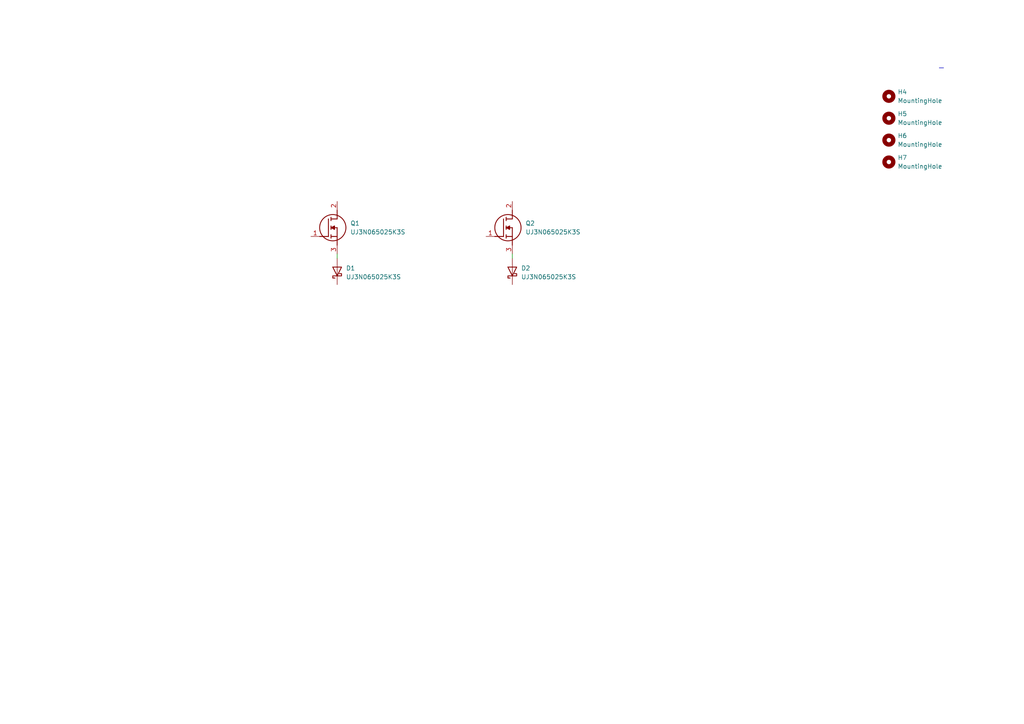
<source format=kicad_sch>
(kicad_sch (version 20250114) (generator "eeschema") (generator_version "9.0")
  (paper "A4")
  (lib_symbols
    (symbol "Device:D_Schottky" (pin_numbers (hide yes)) (pin_names (offset 1.016) (hide yes))
      (property "Reference" "D" (at 0 2.54 0))
      (property "Value" "D_Schottky" (at 0 -2.54 0))
      (symbol "D_Schottky_0_1"
        (polyline (pts (xy -1.905 0.635) (xy -1.905 1.27) (xy -1.27 1.27) (xy -1.27 -1.27) (xy -0.635 -1.27) (xy -0.635 -0.635)) (stroke (width 0.254)))
        (polyline (pts (xy 1.27 1.27) (xy 1.27 -1.27) (xy -1.27 0) (xy 1.27 1.27)) (stroke (width 0.254)))
        (polyline (pts (xy 1.27 0) (xy -1.27 0)))
      )
      (symbol "D_Schottky_1_1"
        (pin passive line (at -3.81 0 0) (length 2.54) (name "K") (number "1"))
        (pin passive line (at 3.81 0 180) (length 2.54) (name "A") (number "2"))
      )
    )
    (symbol "Mechanical:MountingHole" (pin_names (offset 1.016)) (in_bom no)
      (property "Reference" "H" (at 0 5.08 0))
      (property "Value" "MountingHole" (at 0 3.175 0))
      (symbol "MountingHole_0_1"
        (circle (center 0 0) (radius 1.27) (stroke (width 1.27)))
      )
    )
    (symbol "UJ3N065025K3S:UJ3N065025K3S" (pin_names (hide yes))
      (property "Reference" "Q" (at 11.43 3.81 0))
      (property "Value" "UJ3N065025K3S" (at 11.43 1.27 0))
      (symbol "UJ3N065025K3S_1_1"
        (polyline (pts (xy 2.54 0) (xy 5.08 0)) (stroke (width 0.254)))
        (polyline (pts (xy 5.08 5.08) (xy 5.08 0)) (stroke (width 0.254)))
        (polyline (pts (xy 5.842 5.588) (xy 5.842 4.572)) (stroke (width 0.254)))
        (polyline (pts (xy 5.842 2.54) (xy 6.858 3.048) (xy 6.858 2.032) (xy 5.842 2.54)) (stroke (width 0.254)) (fill (type outline)))
        (polyline (pts (xy 5.842 2.032) (xy 5.842 3.048)) (stroke (width 0.254)))
        (polyline (pts (xy 5.842 0) (xy 7.62 0)) (stroke (width 0.254)))
        (polyline (pts (xy 5.842 -0.508) (xy 5.842 0.508)) (stroke (width 0.254)))
        (circle (center 6.35 2.54) (radius 3.81) (stroke (width 0.254)))
        (polyline (pts (xy 7.62 5.08) (xy 5.842 5.08)) (stroke (width 0.254)))
        (polyline (pts (xy 7.62 5.08) (xy 7.62 7.62)) (stroke (width 0.254)))
        (polyline (pts (xy 7.62 2.54) (xy 5.842 2.54)) (stroke (width 0.254)))
        (polyline (pts (xy 7.62 2.54) (xy 7.62 -2.54)) (stroke (width 0.254)))
        (pin passive line (at 0 0 0) (length 2.54) (name "G") (number "1"))
        (pin passive line (at 7.62 10.16 270) (length 2.54) (name "D") (number "2"))
        (pin passive line (at 7.62 -5.08 90) (length 2.54) (name "S") (number "3"))
      )
    )
  )
  (polyline (pts (xy 272.415 19.685) (xy 273.685 19.685)))
  (wire (pts (xy 97.79 73.66) (xy 97.79 74.93)))
  (wire (pts (xy 148.59 73.66) (xy 148.59 74.93)))
  (symbol (lib_id "UJ3N065025K3S:UJ3N065025K3S") (at 140.97 68.58 0) (unit 1)
    (property "Reference" "Q2" (at 152.4 64.7699 0) (effects (justify left)))
    (property "Value" "UJ3N065025K3S" (at 152.4 67.3099 0) (effects (justify left)))
    (property "Footprint" "Package_TO_SOT_THT:TO-247-3_Vertical" (effects (hide yes)))
    (property "Datasheet" "https://www.onsemi.com/pub/Collateral/UJ3N065025K3S-D.PDF" (effects (hide yes)))
    (property "Description" "Low gate charge and intrinsic capacitance; RoHS compliant; Operating temperature: 175?C (max); Extremely fast switching not dependent on temperature" (effects (hide yes)))
    (property "Height" "5.309" (effects (hide yes)))
    (property "Manufacturer_Name" "onsemi" (effects (hide yes)))
    (property "Manufacturer_Part_Number" "UJ3N065025K3S" (effects (hide yes)))
  )
  (symbol (lib_id "Mechanical:MountingHole") (at 257.81 34.29 0) (unit 1) (in_bom no)
    (property "Reference" "H5" (at 260.35 33.0199 0) (effects (justify left)))
    (property "Value" "MountingHole" (at 260.35 35.5599 0) (effects (justify left)))
    (property "Footprint" "MountingHole:MountingHole_4.3mm_M4_DIN965" (effects (hide yes)))
    (property "Description" "Mounting Hole without connection" (effects (hide yes)))
  )
  (symbol (lib_id "Mechanical:MountingHole") (at 257.81 27.94 0) (unit 1) (in_bom no)
    (property "Reference" "H4" (at 260.35 26.6699 0) (effects (justify left)))
    (property "Value" "MountingHole" (at 260.35 29.2099 0) (effects (justify left)))
    (property "Footprint" "MountingHole:MountingHole_4.3mm_M4_DIN965" (effects (hide yes)))
    (property "Description" "Mounting Hole without connection" (effects (hide yes)))
  )
  (symbol (lib_id "Mechanical:MountingHole") (at 257.81 40.64 0) (unit 1) (in_bom no)
    (property "Reference" "H6" (at 260.35 39.3699 0) (effects (justify left)))
    (property "Value" "MountingHole" (at 260.35 41.9099 0) (effects (justify left)))
    (property "Footprint" "MountingHole:MountingHole_4.3mm_M4_DIN965" (effects (hide yes)))
    (property "Description" "Mounting Hole without connection" (effects (hide yes)))
  )
  (symbol (lib_id "Mechanical:MountingHole") (at 257.81 46.99 0) (unit 1) (in_bom no)
    (property "Reference" "H7" (at 260.35 45.7199 0) (effects (justify left)))
    (property "Value" "MountingHole" (at 260.35 48.2599 0) (effects (justify left)))
    (property "Footprint" "MountingHole:MountingHole_4.3mm_M4_DIN965" (effects (hide yes)))
    (property "Description" "Mounting Hole without connection" (effects (hide yes)))
  )
  (symbol (lib_id "Device:D_Schottky") (at 148.59 78.74 90) (unit 1)
    (property "Reference" "D2" (at 151.13 77.7874 90) (effects (justify right)))
    (property "Value" "UJ3N065025K3S" (at 151.13 80.3274 90) (effects (justify right)))
    (property "Footprint" "Package_TO_SOT_THT:TO-247-2_Vertical" (effects (hide yes)))
    (property "Description" "Schottky diode" (effects (hide yes)))
  )
  (symbol (lib_id "Device:D_Schottky") (at 97.79 78.74 90) (unit 1)
    (property "Reference" "D1" (at 100.33 77.7874 90) (effects (justify right)))
    (property "Value" "UJ3N065025K3S" (at 100.33 80.3274 90) (effects (justify right)))
    (property "Footprint" "Package_TO_SOT_THT:TO-247-2_Vertical" (effects (hide yes)))
    (property "Description" "Schottky diode" (effects (hide yes)))
  )
  (symbol (lib_id "UJ3N065025K3S:UJ3N065025K3S") (at 90.17 68.58 0) (unit 1)
    (property "Reference" "Q1" (at 101.6 64.7699 0) (effects (justify left)))
    (property "Value" "UJ3N065025K3S" (at 101.6 67.3099 0) (effects (justify left)))
    (property "Footprint" "Package_TO_SOT_THT:TO-247-3_Vertical" (effects (hide yes)))
    (property "Datasheet" "https://www.onsemi.com/pub/Collateral/UJ3N065025K3S-D.PDF" (effects (hide yes)))
    (property "Description" "Low gate charge and intrinsic capacitance; RoHS compliant; Operating temperature: 175?C (max); Extremely fast switching not dependent on temperature" (effects (hide yes)))
    (property "Height" "5.309" (effects (hide yes)))
    (property "Manufacturer_Name" "onsemi" (effects (hide yes)))
    (property "Manufacturer_Part_Number" "UJ3N065025K3S" (effects (hide yes)))
  )
)
</source>
